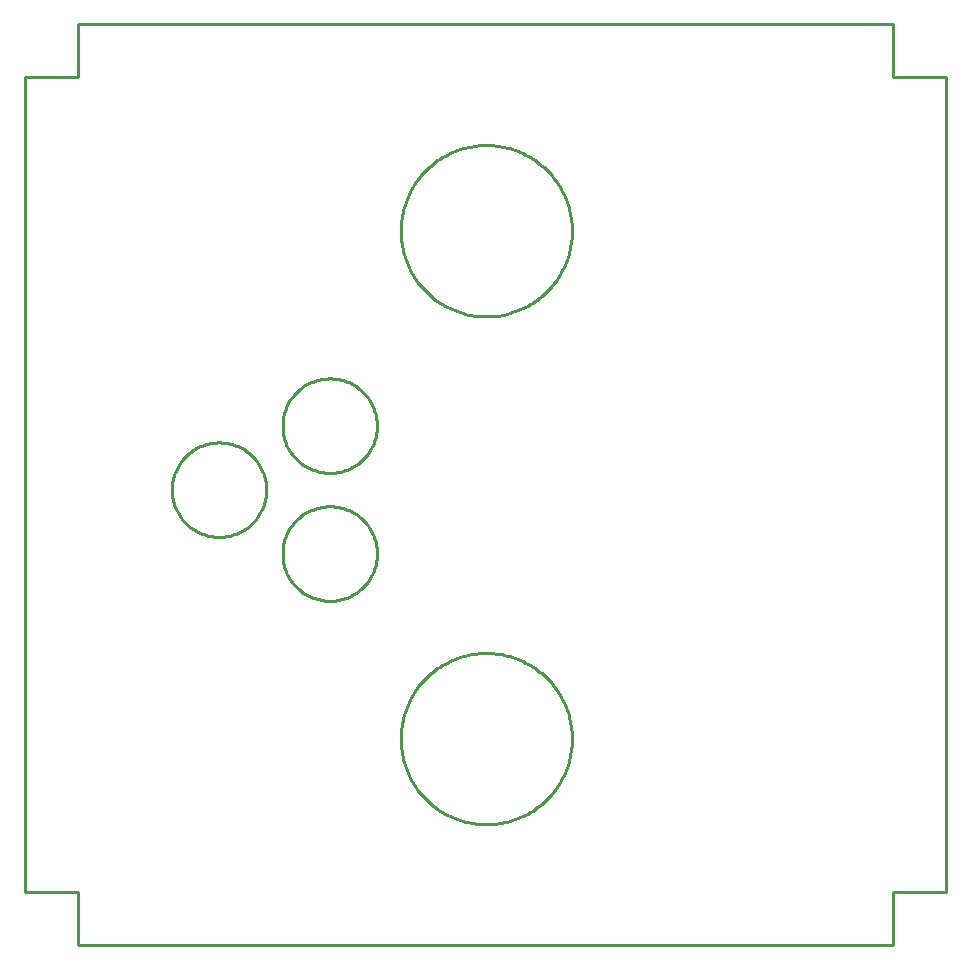
<source format=gbr>
G04 EAGLE Gerber RS-274X export*
G75*
%MOMM*%
%FSLAX34Y34*%
%LPD*%
%IN*%
%IPPOS*%
%AMOC8*
5,1,8,0,0,1.08239X$1,22.5*%
G01*
%ADD10C,0.254000*%


D10*
X65000Y110000D02*
X110000Y110000D01*
X110000Y65000D01*
X800000Y65000D01*
X800000Y110000D01*
X845000Y110000D01*
X845000Y800000D01*
X800000Y800000D01*
X800000Y845000D01*
X110000Y845000D01*
X110000Y800000D01*
X65000Y800000D01*
X65000Y110000D01*
X528328Y668814D02*
X528250Y666442D01*
X528095Y664074D01*
X527863Y661713D01*
X527553Y659361D01*
X527166Y657020D01*
X526703Y654692D01*
X526165Y652382D01*
X525551Y650090D01*
X524862Y647819D01*
X524099Y645572D01*
X523263Y643352D01*
X522355Y641159D01*
X521376Y638998D01*
X520327Y636870D01*
X519208Y634777D01*
X518022Y632723D01*
X516769Y630708D01*
X515450Y628735D01*
X514068Y626806D01*
X512624Y624924D01*
X511119Y623089D01*
X509554Y621305D01*
X507932Y619574D01*
X506254Y617896D01*
X504523Y616274D01*
X502739Y614709D01*
X500904Y613204D01*
X499022Y611760D01*
X497093Y610378D01*
X495120Y609059D01*
X493105Y607806D01*
X491051Y606620D01*
X488958Y605501D01*
X486830Y604452D01*
X484669Y603473D01*
X482476Y602565D01*
X480256Y601729D01*
X478009Y600966D01*
X475738Y600277D01*
X473446Y599663D01*
X471136Y599125D01*
X468808Y598662D01*
X466467Y598275D01*
X464115Y597965D01*
X461754Y597733D01*
X459386Y597578D01*
X457014Y597500D01*
X454642Y597500D01*
X452270Y597578D01*
X449902Y597733D01*
X447541Y597965D01*
X445189Y598275D01*
X442848Y598662D01*
X440520Y599125D01*
X438210Y599663D01*
X435918Y600277D01*
X433647Y600966D01*
X431400Y601729D01*
X429180Y602565D01*
X426987Y603473D01*
X424826Y604452D01*
X422698Y605501D01*
X420605Y606620D01*
X418551Y607806D01*
X416536Y609059D01*
X414563Y610378D01*
X412634Y611760D01*
X410752Y613204D01*
X408917Y614709D01*
X407133Y616274D01*
X405402Y617896D01*
X403724Y619574D01*
X402102Y621305D01*
X400537Y623089D01*
X399032Y624924D01*
X397588Y626806D01*
X396206Y628735D01*
X394887Y630708D01*
X393634Y632723D01*
X392448Y634777D01*
X391329Y636870D01*
X390280Y638998D01*
X389301Y641159D01*
X388393Y643352D01*
X387557Y645572D01*
X386794Y647819D01*
X386105Y650090D01*
X385491Y652382D01*
X384953Y654692D01*
X384490Y657020D01*
X384103Y659361D01*
X383793Y661713D01*
X383561Y664074D01*
X383406Y666442D01*
X383328Y668814D01*
X383328Y671186D01*
X383406Y673558D01*
X383561Y675926D01*
X383793Y678287D01*
X384103Y680639D01*
X384490Y682980D01*
X384953Y685308D01*
X385491Y687618D01*
X386105Y689910D01*
X386794Y692181D01*
X387557Y694428D01*
X388393Y696648D01*
X389301Y698841D01*
X390280Y701002D01*
X391329Y703130D01*
X392448Y705223D01*
X393634Y707277D01*
X394887Y709292D01*
X396206Y711265D01*
X397588Y713194D01*
X399032Y715076D01*
X400537Y716911D01*
X402102Y718695D01*
X403724Y720426D01*
X405402Y722104D01*
X407133Y723726D01*
X408917Y725291D01*
X410752Y726796D01*
X412634Y728240D01*
X414563Y729622D01*
X416536Y730941D01*
X418551Y732194D01*
X420605Y733380D01*
X422698Y734499D01*
X424826Y735548D01*
X426987Y736527D01*
X429180Y737435D01*
X431400Y738271D01*
X433647Y739034D01*
X435918Y739723D01*
X438210Y740337D01*
X440520Y740875D01*
X442848Y741338D01*
X445189Y741725D01*
X447541Y742035D01*
X449902Y742267D01*
X452270Y742422D01*
X454642Y742500D01*
X457014Y742500D01*
X459386Y742422D01*
X461754Y742267D01*
X464115Y742035D01*
X466467Y741725D01*
X468808Y741338D01*
X471136Y740875D01*
X473446Y740337D01*
X475738Y739723D01*
X478009Y739034D01*
X480256Y738271D01*
X482476Y737435D01*
X484669Y736527D01*
X486830Y735548D01*
X488958Y734499D01*
X491051Y733380D01*
X493105Y732194D01*
X495120Y730941D01*
X497093Y729622D01*
X499022Y728240D01*
X500904Y726796D01*
X502739Y725291D01*
X504523Y723726D01*
X506254Y722104D01*
X507932Y720426D01*
X509554Y718695D01*
X511119Y716911D01*
X512624Y715076D01*
X514068Y713194D01*
X515450Y711265D01*
X516769Y709292D01*
X518022Y707277D01*
X519208Y705223D01*
X520327Y703130D01*
X521376Y701002D01*
X522355Y698841D01*
X523263Y696648D01*
X524099Y694428D01*
X524862Y692181D01*
X525551Y689910D01*
X526165Y687618D01*
X526703Y685308D01*
X527166Y682980D01*
X527553Y680639D01*
X527863Y678287D01*
X528095Y675926D01*
X528250Y673558D01*
X528328Y671186D01*
X528328Y668814D01*
X528328Y238814D02*
X528250Y236442D01*
X528095Y234074D01*
X527863Y231713D01*
X527553Y229361D01*
X527166Y227020D01*
X526703Y224692D01*
X526165Y222382D01*
X525551Y220090D01*
X524862Y217819D01*
X524099Y215572D01*
X523263Y213352D01*
X522355Y211159D01*
X521376Y208998D01*
X520327Y206870D01*
X519208Y204777D01*
X518022Y202723D01*
X516769Y200708D01*
X515450Y198735D01*
X514068Y196806D01*
X512624Y194924D01*
X511119Y193089D01*
X509554Y191305D01*
X507932Y189574D01*
X506254Y187896D01*
X504523Y186274D01*
X502739Y184709D01*
X500904Y183204D01*
X499022Y181760D01*
X497093Y180378D01*
X495120Y179059D01*
X493105Y177806D01*
X491051Y176620D01*
X488958Y175501D01*
X486830Y174452D01*
X484669Y173473D01*
X482476Y172565D01*
X480256Y171729D01*
X478009Y170966D01*
X475738Y170277D01*
X473446Y169663D01*
X471136Y169125D01*
X468808Y168662D01*
X466467Y168275D01*
X464115Y167965D01*
X461754Y167733D01*
X459386Y167578D01*
X457014Y167500D01*
X454642Y167500D01*
X452270Y167578D01*
X449902Y167733D01*
X447541Y167965D01*
X445189Y168275D01*
X442848Y168662D01*
X440520Y169125D01*
X438210Y169663D01*
X435918Y170277D01*
X433647Y170966D01*
X431400Y171729D01*
X429180Y172565D01*
X426987Y173473D01*
X424826Y174452D01*
X422698Y175501D01*
X420605Y176620D01*
X418551Y177806D01*
X416536Y179059D01*
X414563Y180378D01*
X412634Y181760D01*
X410752Y183204D01*
X408917Y184709D01*
X407133Y186274D01*
X405402Y187896D01*
X403724Y189574D01*
X402102Y191305D01*
X400537Y193089D01*
X399032Y194924D01*
X397588Y196806D01*
X396206Y198735D01*
X394887Y200708D01*
X393634Y202723D01*
X392448Y204777D01*
X391329Y206870D01*
X390280Y208998D01*
X389301Y211159D01*
X388393Y213352D01*
X387557Y215572D01*
X386794Y217819D01*
X386105Y220090D01*
X385491Y222382D01*
X384953Y224692D01*
X384490Y227020D01*
X384103Y229361D01*
X383793Y231713D01*
X383561Y234074D01*
X383406Y236442D01*
X383328Y238814D01*
X383328Y241186D01*
X383406Y243558D01*
X383561Y245926D01*
X383793Y248287D01*
X384103Y250639D01*
X384490Y252980D01*
X384953Y255308D01*
X385491Y257618D01*
X386105Y259910D01*
X386794Y262181D01*
X387557Y264428D01*
X388393Y266648D01*
X389301Y268841D01*
X390280Y271002D01*
X391329Y273130D01*
X392448Y275223D01*
X393634Y277277D01*
X394887Y279292D01*
X396206Y281265D01*
X397588Y283194D01*
X399032Y285076D01*
X400537Y286911D01*
X402102Y288695D01*
X403724Y290426D01*
X405402Y292104D01*
X407133Y293726D01*
X408917Y295291D01*
X410752Y296796D01*
X412634Y298240D01*
X414563Y299622D01*
X416536Y300941D01*
X418551Y302194D01*
X420605Y303380D01*
X422698Y304499D01*
X424826Y305548D01*
X426987Y306527D01*
X429180Y307435D01*
X431400Y308271D01*
X433647Y309034D01*
X435918Y309723D01*
X438210Y310337D01*
X440520Y310875D01*
X442848Y311338D01*
X445189Y311725D01*
X447541Y312035D01*
X449902Y312267D01*
X452270Y312422D01*
X454642Y312500D01*
X457014Y312500D01*
X459386Y312422D01*
X461754Y312267D01*
X464115Y312035D01*
X466467Y311725D01*
X468808Y311338D01*
X471136Y310875D01*
X473446Y310337D01*
X475738Y309723D01*
X478009Y309034D01*
X480256Y308271D01*
X482476Y307435D01*
X484669Y306527D01*
X486830Y305548D01*
X488958Y304499D01*
X491051Y303380D01*
X493105Y302194D01*
X495120Y300941D01*
X497093Y299622D01*
X499022Y298240D01*
X500904Y296796D01*
X502739Y295291D01*
X504523Y293726D01*
X506254Y292104D01*
X507932Y290426D01*
X509554Y288695D01*
X511119Y286911D01*
X512624Y285076D01*
X514068Y283194D01*
X515450Y281265D01*
X516769Y279292D01*
X518022Y277277D01*
X519208Y275223D01*
X520327Y273130D01*
X521376Y271002D01*
X522355Y268841D01*
X523263Y266648D01*
X524099Y264428D01*
X524862Y262181D01*
X525551Y259910D01*
X526165Y257618D01*
X526703Y255308D01*
X527166Y252980D01*
X527553Y250639D01*
X527863Y248287D01*
X528095Y245926D01*
X528250Y243558D01*
X528328Y241186D01*
X528328Y238814D01*
X344106Y539181D02*
X345578Y538243D01*
X347008Y537242D01*
X348393Y536179D01*
X349730Y535057D01*
X351017Y533878D01*
X352251Y532644D01*
X353431Y531357D01*
X354553Y530019D01*
X355615Y528635D01*
X356617Y527205D01*
X357555Y525732D01*
X358427Y524221D01*
X359233Y522672D01*
X359971Y521090D01*
X360639Y519478D01*
X361236Y517837D01*
X361761Y516172D01*
X362213Y514486D01*
X362591Y512782D01*
X362894Y511063D01*
X363122Y509332D01*
X363274Y507593D01*
X363350Y505849D01*
X363350Y504104D01*
X363274Y502360D01*
X363122Y500621D01*
X362894Y498890D01*
X362591Y497171D01*
X362213Y495467D01*
X361761Y493781D01*
X361236Y492116D01*
X360639Y490476D01*
X359971Y488863D01*
X359233Y487281D01*
X358427Y485732D01*
X357555Y484221D01*
X356617Y482748D01*
X355615Y481319D01*
X354553Y479934D01*
X353431Y478596D01*
X352251Y477309D01*
X351017Y476075D01*
X349730Y474896D01*
X348393Y473774D01*
X347008Y472711D01*
X345578Y471710D01*
X344106Y470772D01*
X342594Y469899D01*
X341046Y469093D01*
X339464Y468355D01*
X337851Y467687D01*
X336211Y467090D01*
X334546Y466565D01*
X332860Y466114D01*
X331155Y465736D01*
X329436Y465433D01*
X327706Y465205D01*
X325967Y465053D01*
X324223Y464977D01*
X322477Y464977D01*
X320733Y465053D01*
X318994Y465205D01*
X317264Y465433D01*
X315545Y465736D01*
X313840Y466114D01*
X312154Y466565D01*
X310489Y467090D01*
X308849Y467687D01*
X307236Y468355D01*
X305654Y469093D01*
X304106Y469899D01*
X302594Y470772D01*
X301122Y471710D01*
X299692Y472711D01*
X298307Y473774D01*
X296970Y474896D01*
X295683Y476075D01*
X294449Y477309D01*
X293269Y478596D01*
X292147Y479934D01*
X291085Y481319D01*
X290083Y482748D01*
X289145Y484221D01*
X288273Y485732D01*
X287467Y487281D01*
X286729Y488863D01*
X286061Y490476D01*
X285464Y492116D01*
X284939Y493781D01*
X284487Y495467D01*
X284109Y497171D01*
X283806Y498890D01*
X283578Y500621D01*
X283426Y502360D01*
X283350Y504104D01*
X283350Y505849D01*
X283426Y507593D01*
X283578Y509332D01*
X283806Y511063D01*
X284109Y512782D01*
X284487Y514486D01*
X284939Y516172D01*
X285464Y517837D01*
X286061Y519478D01*
X286729Y521090D01*
X287467Y522672D01*
X288273Y524221D01*
X289145Y525732D01*
X290083Y527205D01*
X291085Y528635D01*
X292147Y530019D01*
X293269Y531357D01*
X294449Y532644D01*
X295683Y533878D01*
X296970Y535057D01*
X298307Y536179D01*
X299692Y537242D01*
X301122Y538243D01*
X302594Y539181D01*
X304106Y540054D01*
X305654Y540860D01*
X307236Y541598D01*
X308849Y542266D01*
X310489Y542863D01*
X312154Y543388D01*
X313840Y543840D01*
X315545Y544217D01*
X317264Y544520D01*
X318994Y544748D01*
X320733Y544900D01*
X322477Y544977D01*
X324223Y544977D01*
X325967Y544900D01*
X327706Y544748D01*
X329436Y544520D01*
X331155Y544217D01*
X332860Y543840D01*
X334546Y543388D01*
X336211Y542863D01*
X337851Y542266D01*
X339464Y541598D01*
X341046Y540860D01*
X342594Y540054D01*
X344106Y539181D01*
X250356Y485055D02*
X251828Y484117D01*
X253258Y483115D01*
X254643Y482053D01*
X255980Y480931D01*
X257267Y479751D01*
X258501Y478517D01*
X259681Y477230D01*
X260803Y475893D01*
X261865Y474508D01*
X262867Y473078D01*
X263805Y471606D01*
X264677Y470094D01*
X265483Y468546D01*
X266221Y466964D01*
X266889Y465351D01*
X267486Y463711D01*
X268011Y462046D01*
X268463Y460360D01*
X268841Y458655D01*
X269144Y456936D01*
X269372Y455206D01*
X269524Y453467D01*
X269600Y451723D01*
X269600Y449977D01*
X269524Y448233D01*
X269372Y446494D01*
X269144Y444764D01*
X268841Y443045D01*
X268463Y441340D01*
X268011Y439654D01*
X267486Y437989D01*
X266889Y436349D01*
X266221Y434736D01*
X265483Y433154D01*
X264677Y431606D01*
X263805Y430094D01*
X262867Y428622D01*
X261865Y427192D01*
X260803Y425807D01*
X259681Y424470D01*
X258501Y423183D01*
X257267Y421949D01*
X255980Y420769D01*
X254643Y419647D01*
X253258Y418585D01*
X251828Y417583D01*
X250356Y416645D01*
X248844Y415773D01*
X247296Y414967D01*
X245714Y414229D01*
X244101Y413561D01*
X242461Y412964D01*
X240796Y412439D01*
X239110Y411987D01*
X237405Y411609D01*
X235686Y411306D01*
X233956Y411078D01*
X232217Y410926D01*
X230473Y410850D01*
X228727Y410850D01*
X226983Y410926D01*
X225244Y411078D01*
X223514Y411306D01*
X221795Y411609D01*
X220090Y411987D01*
X218404Y412439D01*
X216739Y412964D01*
X215099Y413561D01*
X213486Y414229D01*
X211904Y414967D01*
X210356Y415773D01*
X208844Y416645D01*
X207372Y417583D01*
X205942Y418585D01*
X204557Y419647D01*
X203220Y420769D01*
X201933Y421949D01*
X200699Y423183D01*
X199519Y424470D01*
X198397Y425807D01*
X197335Y427192D01*
X196333Y428622D01*
X195395Y430094D01*
X194523Y431606D01*
X193717Y433154D01*
X192979Y434736D01*
X192311Y436349D01*
X191714Y437989D01*
X191189Y439654D01*
X190737Y441340D01*
X190359Y443045D01*
X190056Y444764D01*
X189828Y446494D01*
X189676Y448233D01*
X189600Y449977D01*
X189600Y451723D01*
X189676Y453467D01*
X189828Y455206D01*
X190056Y456936D01*
X190359Y458655D01*
X190737Y460360D01*
X191189Y462046D01*
X191714Y463711D01*
X192311Y465351D01*
X192979Y466964D01*
X193717Y468546D01*
X194523Y470094D01*
X195395Y471606D01*
X196333Y473078D01*
X197335Y474508D01*
X198397Y475893D01*
X199519Y477230D01*
X200699Y478517D01*
X201933Y479751D01*
X203220Y480931D01*
X204557Y482053D01*
X205942Y483115D01*
X207372Y484117D01*
X208844Y485055D01*
X210356Y485927D01*
X211904Y486733D01*
X213486Y487471D01*
X215099Y488139D01*
X216739Y488736D01*
X218404Y489261D01*
X220090Y489713D01*
X221795Y490091D01*
X223514Y490394D01*
X225244Y490622D01*
X226983Y490774D01*
X228727Y490850D01*
X230473Y490850D01*
X232217Y490774D01*
X233956Y490622D01*
X235686Y490394D01*
X237405Y490091D01*
X239110Y489713D01*
X240796Y489261D01*
X242461Y488736D01*
X244101Y488139D01*
X245714Y487471D01*
X247296Y486733D01*
X248844Y485927D01*
X250356Y485055D01*
X344106Y430928D02*
X345578Y429990D01*
X347008Y428989D01*
X348393Y427926D01*
X349730Y426804D01*
X351017Y425625D01*
X352251Y424391D01*
X353431Y423104D01*
X354553Y421766D01*
X355615Y420381D01*
X356617Y418952D01*
X357555Y417479D01*
X358427Y415968D01*
X359233Y414419D01*
X359971Y412837D01*
X360639Y411224D01*
X361236Y409584D01*
X361761Y407919D01*
X362213Y406233D01*
X362591Y404529D01*
X362894Y402810D01*
X363122Y401079D01*
X363274Y399340D01*
X363350Y397596D01*
X363350Y395851D01*
X363274Y394107D01*
X363122Y392368D01*
X362894Y390637D01*
X362591Y388918D01*
X362213Y387214D01*
X361761Y385528D01*
X361236Y383863D01*
X360639Y382222D01*
X359971Y380610D01*
X359233Y379028D01*
X358427Y377479D01*
X357555Y375968D01*
X356617Y374495D01*
X355615Y373065D01*
X354553Y371681D01*
X353431Y370343D01*
X352251Y369056D01*
X351017Y367822D01*
X349730Y366643D01*
X348393Y365521D01*
X347008Y364458D01*
X345578Y363457D01*
X344106Y362519D01*
X342594Y361646D01*
X341046Y360840D01*
X339464Y360102D01*
X337851Y359434D01*
X336211Y358837D01*
X334546Y358312D01*
X332860Y357860D01*
X331155Y357483D01*
X329436Y357180D01*
X327706Y356952D01*
X325967Y356800D01*
X324223Y356723D01*
X322477Y356723D01*
X320733Y356800D01*
X318994Y356952D01*
X317264Y357180D01*
X315545Y357483D01*
X313840Y357860D01*
X312154Y358312D01*
X310489Y358837D01*
X308849Y359434D01*
X307236Y360102D01*
X305654Y360840D01*
X304106Y361646D01*
X302594Y362519D01*
X301122Y363457D01*
X299692Y364458D01*
X298307Y365521D01*
X296970Y366643D01*
X295683Y367822D01*
X294449Y369056D01*
X293269Y370343D01*
X292147Y371681D01*
X291085Y373065D01*
X290083Y374495D01*
X289145Y375968D01*
X288273Y377479D01*
X287467Y379028D01*
X286729Y380610D01*
X286061Y382222D01*
X285464Y383863D01*
X284939Y385528D01*
X284487Y387214D01*
X284109Y388918D01*
X283806Y390637D01*
X283578Y392368D01*
X283426Y394107D01*
X283350Y395851D01*
X283350Y397596D01*
X283426Y399340D01*
X283578Y401079D01*
X283806Y402810D01*
X284109Y404529D01*
X284487Y406233D01*
X284939Y407919D01*
X285464Y409584D01*
X286061Y411224D01*
X286729Y412837D01*
X287467Y414419D01*
X288273Y415968D01*
X289145Y417479D01*
X290083Y418952D01*
X291085Y420381D01*
X292147Y421766D01*
X293269Y423104D01*
X294449Y424391D01*
X295683Y425625D01*
X296970Y426804D01*
X298307Y427926D01*
X299692Y428989D01*
X301122Y429990D01*
X302594Y430928D01*
X304106Y431801D01*
X305654Y432607D01*
X307236Y433345D01*
X308849Y434013D01*
X310489Y434610D01*
X312154Y435135D01*
X313840Y435586D01*
X315545Y435964D01*
X317264Y436267D01*
X318994Y436495D01*
X320733Y436647D01*
X322477Y436723D01*
X324223Y436723D01*
X325967Y436647D01*
X327706Y436495D01*
X329436Y436267D01*
X331155Y435964D01*
X332860Y435586D01*
X334546Y435135D01*
X336211Y434610D01*
X337851Y434013D01*
X339464Y433345D01*
X341046Y432607D01*
X342594Y431801D01*
X344106Y430928D01*
M02*

</source>
